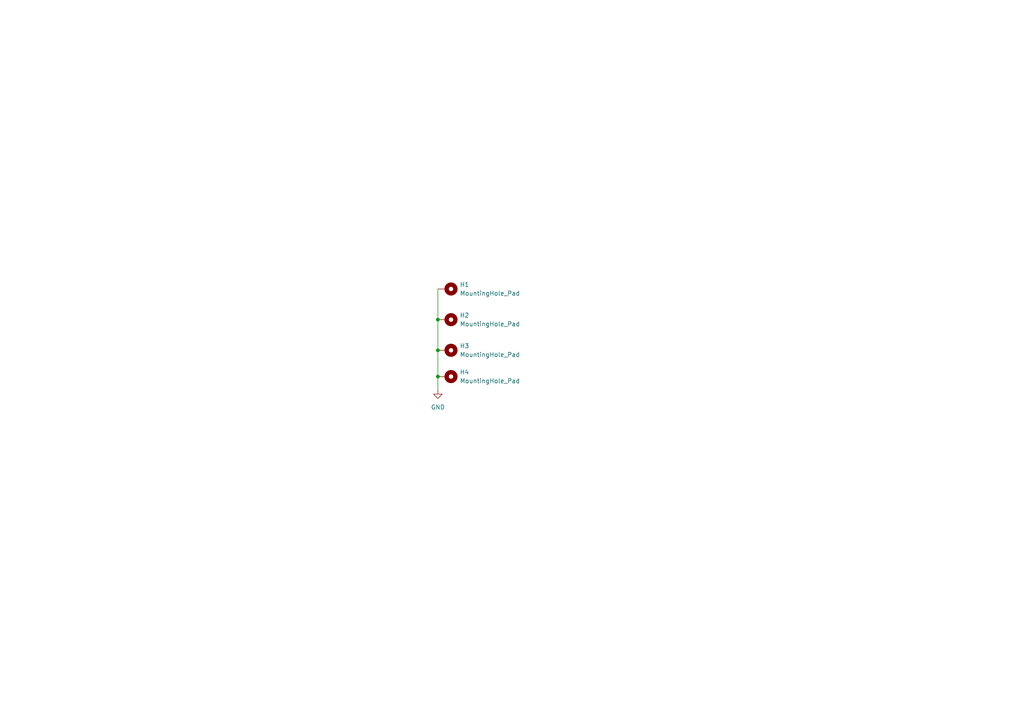
<source format=kicad_sch>
(kicad_sch (version 20250114) (generator "eeschema") (generator_version "9.0")
  (paper "A4")
  (lib_symbols
    (symbol "Mechanical:MountingHole_Pad" (pin_numbers (hide yes)) (pin_names (offset 1.016) (hide yes))
      (property "Reference" "H" (at 0 6.35 0))
      (property "Value" "MountingHole_Pad" (at 0 4.445 0))
      (symbol "MountingHole_Pad_0_1"
        (circle (center 0 1.27) (radius 1.27) (stroke (width 1.27)))
      )
      (symbol "MountingHole_Pad_1_1"
        (pin input line (at 0 -2.54 90) (length 2.54) (name "1") (number "1"))
      )
    )
    (symbol "power:GND" (power) (pin_names (offset 0))
      (property "Value" "GND" (at 0 -3.81 0))
      (symbol "GND_0_1"
        (polyline (pts (xy 0 0) (xy 0 -1.27) (xy 1.27 -1.27) (xy 0 -2.54) (xy -1.27 -1.27) (xy 0 -1.27)))
      )
      (symbol "GND_1_1"
        (pin power_in line (at 0 0 270) (length 0) (hide yes) (name "GND") (number "1"))
      )
    )
  )
  (junction (at 127 92.71))
  (junction (at 127 101.6))
  (junction (at 127 109.22))
  (wire (pts (xy 127 83.82) (xy 127 92.71)))
  (wire (pts (xy 127 109.22) (xy 127 113.03)))
  (wire (pts (xy 127 101.6) (xy 127 109.22)))
  (wire (pts (xy 127 92.71) (xy 127 101.6)))
  (symbol (lib_id "Mechanical:MountingHole_Pad") (at 129.54 83.82 270) (unit 1)
    (property "Reference" "H1" (at 133.35 82.55 90) (effects (justify left)))
    (property "Value" "MountingHole_Pad" (at 133.35 85.09 90) (effects (justify left)))
    (property "Footprint" "MountingHole:MountingHole_3.2mm_M3_Pad_Via" (effects (hide yes)))
  )
  (symbol (lib_id "power:GND") (at 127 113.03 0) (unit 1)
    (property "Reference" "#PWR043" (effects (hide yes)))
    (property "Value" "GND" (at 127 118.11 0))
  )
  (symbol (lib_id "Mechanical:MountingHole_Pad") (at 129.54 92.71 270) (unit 1)
    (property "Reference" "H2" (at 133.35 91.44 90) (effects (justify left)))
    (property "Value" "MountingHole_Pad" (at 133.35 93.98 90) (effects (justify left)))
    (property "Footprint" "MountingHole:MountingHole_3.2mm_M3_Pad_Via" (effects (hide yes)))
  )
  (symbol (lib_id "Mechanical:MountingHole_Pad") (at 129.54 109.22 270) (unit 1)
    (property "Reference" "H4" (at 133.35 107.95 90) (effects (justify left)))
    (property "Value" "MountingHole_Pad" (at 133.35 110.49 90) (effects (justify left)))
    (property "Footprint" "MountingHole:MountingHole_3.2mm_M3_Pad_Via" (effects (hide yes)))
  )
  (symbol (lib_id "Mechanical:MountingHole_Pad") (at 129.54 101.6 270) (unit 1)
    (property "Reference" "H3" (at 133.35 100.33 90) (effects (justify left)))
    (property "Value" "MountingHole_Pad" (at 133.35 102.87 90) (effects (justify left)))
    (property "Footprint" "MountingHole:MountingHole_3.2mm_M3_Pad_Via" (effects (hide yes)))
  )
)
</source>
